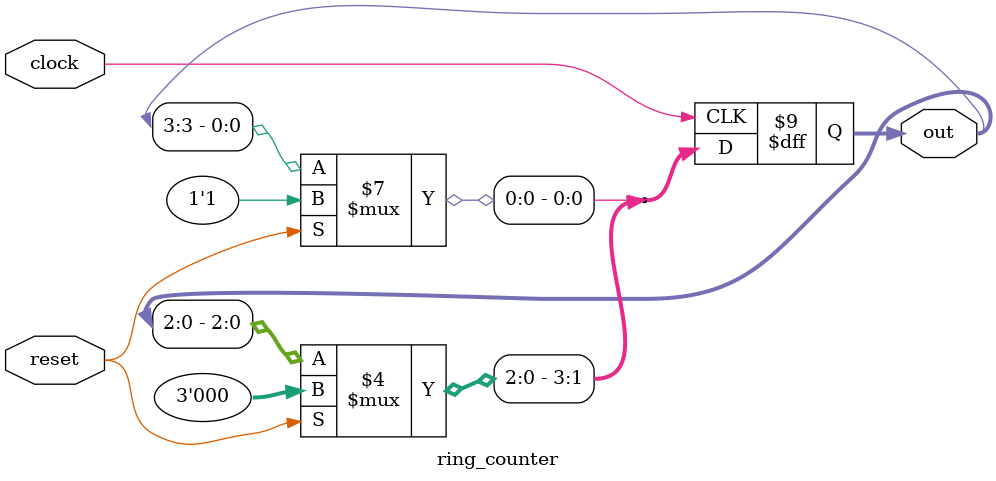
<source format=v>
module ring_counter(input clock, input reset, output reg [3:0] out);

  always @ ( posedge(clock) ) begin
    if(reset)
      out = 4'b0001;
    else
      begin
      out <= out<<1;
      out[0] <= out[3];
      end
  end
endmodule

</source>
